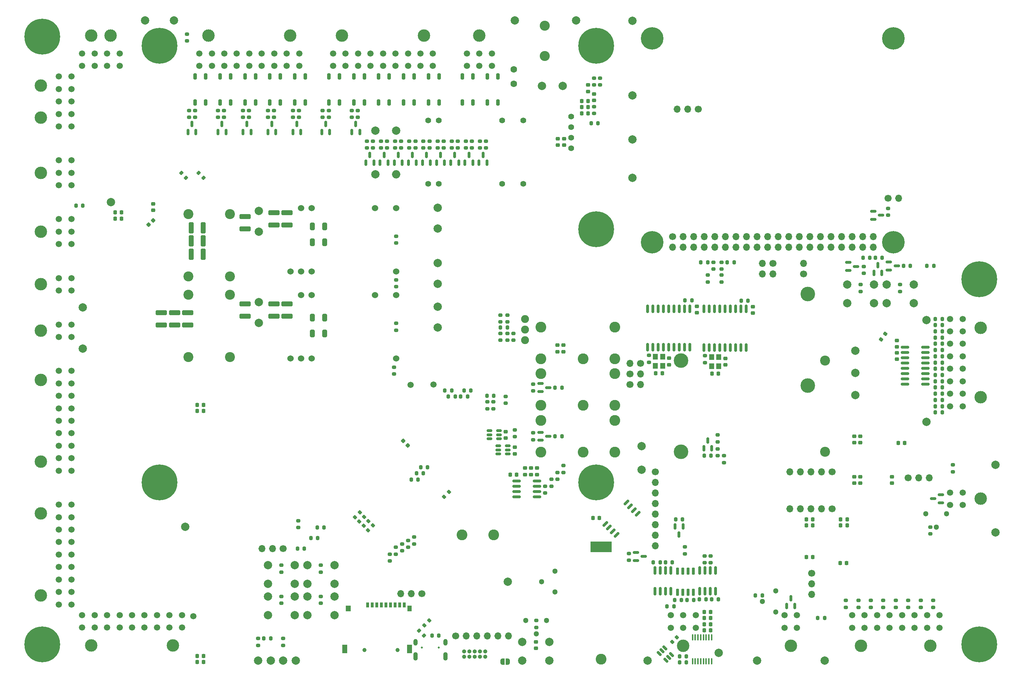
<source format=gbs>
G04 #@! TF.GenerationSoftware,KiCad,Pcbnew,8.0.1*
G04 #@! TF.CreationDate,2024-06-07T19:27:21+03:00*
G04 #@! TF.ProjectId,impeller18,696d7065-6c6c-4657-9231-382e6b696361,rev?*
G04 #@! TF.SameCoordinates,Original*
G04 #@! TF.FileFunction,Soldermask,Bot*
G04 #@! TF.FilePolarity,Negative*
%FSLAX46Y46*%
G04 Gerber Fmt 4.6, Leading zero omitted, Abs format (unit mm)*
G04 Created by KiCad (PCBNEW 8.0.1) date 2024-06-07 19:27:21*
%MOMM*%
%LPD*%
G01*
G04 APERTURE LIST*
G04 Aperture macros list*
%AMRoundRect*
0 Rectangle with rounded corners*
0 $1 Rounding radius*
0 $2 $3 $4 $5 $6 $7 $8 $9 X,Y pos of 4 corners*
0 Add a 4 corners polygon primitive as box body*
4,1,4,$2,$3,$4,$5,$6,$7,$8,$9,$2,$3,0*
0 Add four circle primitives for the rounded corners*
1,1,$1+$1,$2,$3*
1,1,$1+$1,$4,$5*
1,1,$1+$1,$6,$7*
1,1,$1+$1,$8,$9*
0 Add four rect primitives between the rounded corners*
20,1,$1+$1,$2,$3,$4,$5,0*
20,1,$1+$1,$4,$5,$6,$7,0*
20,1,$1+$1,$6,$7,$8,$9,0*
20,1,$1+$1,$8,$9,$2,$3,0*%
%AMFreePoly0*
4,1,19,0.500000,-0.750000,0.000000,-0.750000,0.000000,-0.744911,-0.071157,-0.744911,-0.207708,-0.704816,-0.327430,-0.627875,-0.420627,-0.520320,-0.479746,-0.390866,-0.500000,-0.250000,-0.500000,0.250000,-0.479746,0.390866,-0.420627,0.520320,-0.327430,0.627875,-0.207708,0.704816,-0.071157,0.744911,0.000000,0.744911,0.000000,0.750000,0.500000,0.750000,0.500000,-0.750000,0.500000,-0.750000,
$1*%
%AMFreePoly1*
4,1,19,0.000000,0.744911,0.071157,0.744911,0.207708,0.704816,0.327430,0.627875,0.420627,0.520320,0.479746,0.390866,0.500000,0.250000,0.500000,-0.250000,0.479746,-0.390866,0.420627,-0.520320,0.327430,-0.627875,0.207708,-0.704816,0.071157,-0.744911,0.000000,-0.744911,0.000000,-0.750000,-0.500000,-0.750000,-0.500000,0.750000,0.000000,0.750000,0.000000,0.744911,0.000000,0.744911,
$1*%
G04 Aperture macros list end*
%ADD10C,1.524000*%
%ADD11C,0.900000*%
%ADD12C,8.600000*%
%ADD13C,2.000000*%
%ADD14C,1.400000*%
%ADD15C,3.000000*%
%ADD16C,1.500000*%
%ADD17C,3.500000*%
%ADD18C,2.400000*%
%ADD19C,1.600000*%
%ADD20C,0.800000*%
%ADD21C,5.400000*%
%ADD22C,1.700000*%
%ADD23O,1.700000X1.700000*%
%ADD24C,2.600000*%
%ADD25R,2.600000X2.600000*%
%ADD26C,1.000000*%
%ADD27O,1.000000X1.000000*%
%ADD28C,0.500000*%
%ADD29O,1.090000X2.000000*%
%ADD30O,1.050000X1.600000*%
%ADD31C,1.905000*%
%ADD32C,1.300000*%
%ADD33O,2.000000X2.000000*%
%ADD34C,2.410000*%
%ADD35RoundRect,0.200000X0.275000X-0.200000X0.275000X0.200000X-0.275000X0.200000X-0.275000X-0.200000X0*%
%ADD36RoundRect,0.225000X0.250000X-0.225000X0.250000X0.225000X-0.250000X0.225000X-0.250000X-0.225000X0*%
%ADD37RoundRect,0.225000X-0.225000X-0.250000X0.225000X-0.250000X0.225000X0.250000X-0.225000X0.250000X0*%
%ADD38RoundRect,0.200000X-0.200000X-0.550000X0.200000X-0.550000X0.200000X0.550000X-0.200000X0.550000X0*%
%ADD39RoundRect,0.200000X-0.200000X-0.275000X0.200000X-0.275000X0.200000X0.275000X-0.200000X0.275000X0*%
%ADD40RoundRect,0.225000X0.225000X0.250000X-0.225000X0.250000X-0.225000X-0.250000X0.225000X-0.250000X0*%
%ADD41RoundRect,0.200000X-0.275000X0.200000X-0.275000X-0.200000X0.275000X-0.200000X0.275000X0.200000X0*%
%ADD42RoundRect,0.225000X-0.250000X0.225000X-0.250000X-0.225000X0.250000X-0.225000X0.250000X0.225000X0*%
%ADD43RoundRect,0.150000X0.150000X-0.587500X0.150000X0.587500X-0.150000X0.587500X-0.150000X-0.587500X0*%
%ADD44RoundRect,0.150000X-0.587500X-0.150000X0.587500X-0.150000X0.587500X0.150000X-0.587500X0.150000X0*%
%ADD45RoundRect,0.250000X-0.325000X-0.650000X0.325000X-0.650000X0.325000X0.650000X-0.325000X0.650000X0*%
%ADD46RoundRect,0.150000X0.150000X-0.825000X0.150000X0.825000X-0.150000X0.825000X-0.150000X-0.825000X0*%
%ADD47RoundRect,0.200000X0.053033X-0.335876X0.335876X-0.053033X-0.053033X0.335876X-0.335876X0.053033X0*%
%ADD48RoundRect,0.250000X-1.100000X0.325000X-1.100000X-0.325000X1.100000X-0.325000X1.100000X0.325000X0*%
%ADD49RoundRect,0.200000X0.200000X0.275000X-0.200000X0.275000X-0.200000X-0.275000X0.200000X-0.275000X0*%
%ADD50RoundRect,0.200000X0.335876X0.053033X0.053033X0.335876X-0.335876X-0.053033X-0.053033X-0.335876X0*%
%ADD51RoundRect,0.250000X0.325000X0.650000X-0.325000X0.650000X-0.325000X-0.650000X0.325000X-0.650000X0*%
%ADD52RoundRect,0.150000X-0.150000X0.725000X-0.150000X-0.725000X0.150000X-0.725000X0.150000X0.725000X0*%
%ADD53RoundRect,0.225000X-0.017678X0.335876X-0.335876X0.017678X0.017678X-0.335876X0.335876X-0.017678X0*%
%ADD54RoundRect,0.150000X0.512500X0.150000X-0.512500X0.150000X-0.512500X-0.150000X0.512500X-0.150000X0*%
%ADD55RoundRect,0.200000X-0.053033X0.335876X-0.335876X0.053033X0.053033X-0.335876X0.335876X-0.053033X0*%
%ADD56RoundRect,0.250000X-0.325000X-1.100000X0.325000X-1.100000X0.325000X1.100000X-0.325000X1.100000X0*%
%ADD57RoundRect,0.225000X-0.335876X-0.017678X-0.017678X-0.335876X0.335876X0.017678X0.017678X0.335876X0*%
%ADD58RoundRect,0.150000X-0.468458X0.256326X0.256326X-0.468458X0.468458X-0.256326X-0.256326X0.468458X0*%
%ADD59RoundRect,0.200000X0.100391X-0.324880X0.340006X-0.004591X-0.100391X0.324880X-0.340006X0.004591X0*%
%ADD60RoundRect,0.150000X-0.150000X0.825000X-0.150000X-0.825000X0.150000X-0.825000X0.150000X0.825000X0*%
%ADD61R,1.200000X1.400000*%
%ADD62RoundRect,0.150000X0.825000X0.150000X-0.825000X0.150000X-0.825000X-0.150000X0.825000X-0.150000X0*%
%ADD63RoundRect,0.150000X0.150000X-0.875000X0.150000X0.875000X-0.150000X0.875000X-0.150000X-0.875000X0*%
%ADD64RoundRect,0.150000X0.353553X0.565685X-0.565685X-0.353553X-0.353553X-0.565685X0.565685X0.353553X0*%
%ADD65FreePoly0,180.000000*%
%ADD66FreePoly1,180.000000*%
%ADD67RoundRect,0.150000X0.587500X0.150000X-0.587500X0.150000X-0.587500X-0.150000X0.587500X-0.150000X0*%
%ADD68R,0.700000X1.300000*%
%ADD69R,1.200000X2.000000*%
%ADD70R,1.050000X1.400000*%
%ADD71RoundRect,0.150000X-0.150000X0.587500X-0.150000X-0.587500X0.150000X-0.587500X0.150000X0.587500X0*%
%ADD72RoundRect,0.100000X0.100000X-0.637500X0.100000X0.637500X-0.100000X0.637500X-0.100000X-0.637500X0*%
G04 APERTURE END LIST*
D10*
X149178000Y-115141000D03*
X151718000Y-115141000D03*
X154258000Y-115141000D03*
X174578000Y-115141000D03*
X174578000Y-99901000D03*
X169498000Y-99901000D03*
X154258000Y-99901000D03*
X151718000Y-99901000D03*
D11*
X89501000Y-201583000D03*
X91781419Y-202527581D03*
X87220581Y-202527581D03*
X92726000Y-204808000D03*
D12*
X89501000Y-204808000D03*
D11*
X86276000Y-204808000D03*
X91781419Y-207088419D03*
X87220581Y-207088419D03*
X89501000Y-208033000D03*
D13*
X141434000Y-208731001D03*
D14*
X216678002Y-85536000D03*
X216678002Y-82996000D03*
X216678002Y-80456000D03*
X216678002Y-77916000D03*
D13*
X99269000Y-123826000D03*
D14*
X182328000Y-94076000D03*
X184868000Y-94076000D03*
X200108000Y-94076000D03*
X205188000Y-94076000D03*
X205188000Y-78836000D03*
X200108000Y-78836000D03*
X184868000Y-78836000D03*
X182328000Y-78836000D03*
D13*
X283014000Y-118308000D03*
X289514000Y-118308000D03*
X283014000Y-122808000D03*
X289514000Y-122808000D03*
D11*
X314778000Y-113779000D03*
X317058419Y-114723581D03*
X312497581Y-114723581D03*
X318003000Y-117004000D03*
D12*
X314778000Y-117004000D03*
D11*
X311553000Y-117004000D03*
X317058419Y-119284419D03*
X312497581Y-119284419D03*
X314778000Y-120229000D03*
D13*
X105986000Y-98511000D03*
X143741000Y-193294000D03*
X150241000Y-193294000D03*
X143741000Y-197794000D03*
X150241000Y-197794000D03*
X284975000Y-139553000D03*
D15*
X89199000Y-78126000D03*
X89199000Y-70426000D03*
D16*
X93519000Y-80286000D03*
X93519000Y-77286000D03*
X93519000Y-74286000D03*
X93519000Y-71286000D03*
X93519000Y-68286000D03*
X96519000Y-80286000D03*
X96519000Y-77286000D03*
X96519000Y-74286000D03*
X96519000Y-71286000D03*
X96519000Y-68286000D03*
D17*
X243075000Y-136553000D03*
X273575000Y-120553000D03*
D18*
X277675000Y-136553000D03*
D19*
X202885000Y-66551349D03*
X202885000Y-70051349D03*
D15*
X120929000Y-205116000D03*
X101229000Y-205116000D03*
D16*
X123089000Y-200796000D03*
X120089000Y-200796000D03*
X117089000Y-200796000D03*
X114089000Y-200796000D03*
X111089000Y-200796000D03*
X108089000Y-200796000D03*
X105089000Y-200796000D03*
X102089000Y-200796000D03*
X99089000Y-200796000D03*
X123089000Y-197796000D03*
X120089000Y-197796000D03*
X117089000Y-197796000D03*
X114089000Y-197796000D03*
X111089000Y-197796000D03*
X108089000Y-197796000D03*
X105089000Y-197796000D03*
X102089000Y-197796000D03*
X99089000Y-197796000D03*
D20*
X236176000Y-57081000D03*
X237607891Y-57674109D03*
X234744109Y-57674109D03*
X238201000Y-59106000D03*
D21*
X236176000Y-59106000D03*
D20*
X234151000Y-59106000D03*
X237607891Y-60537891D03*
X234744109Y-60537891D03*
X236176000Y-61131000D03*
D11*
X222676000Y-162679000D03*
X224956419Y-163623581D03*
X220395581Y-163623581D03*
X225901000Y-165904000D03*
D12*
X222676000Y-165904000D03*
D11*
X219451000Y-165904000D03*
X224956419Y-168184419D03*
X220395581Y-168184419D03*
X222676000Y-169129000D03*
D22*
X279368500Y-172257001D03*
D23*
X276828500Y-172257001D03*
X274288500Y-172257001D03*
X271748500Y-172257001D03*
X269208500Y-172257001D03*
D16*
X125839000Y-198056000D03*
D24*
X219563000Y-136157000D03*
X227183000Y-128537000D03*
X227183000Y-136157000D03*
X209403000Y-136157000D03*
X209403000Y-128537000D03*
D13*
X99269000Y-133716500D03*
D22*
X236936000Y-163353000D03*
D23*
X236936000Y-165893000D03*
X236936000Y-168433000D03*
X236936000Y-170973000D03*
X236936000Y-173513000D03*
X236936000Y-176053000D03*
X236936000Y-178593000D03*
X236936000Y-181133000D03*
D16*
X183576000Y-142351000D03*
D18*
X124654000Y-116327000D03*
X124654000Y-101327000D03*
X134654000Y-101327000D03*
X134654000Y-116327000D03*
D13*
X153241000Y-193294000D03*
X159741000Y-193294000D03*
X153241000Y-197794000D03*
X159741000Y-197794000D03*
X252177000Y-206862001D03*
D15*
X315098000Y-169798000D03*
D16*
X310778000Y-168298000D03*
X310778000Y-171298000D03*
X307778000Y-168298000D03*
X307778000Y-171298000D03*
D10*
X149179000Y-136091000D03*
X151719000Y-136091000D03*
X154259000Y-136091000D03*
X174579000Y-136091000D03*
X174579000Y-120851000D03*
X169499000Y-120851000D03*
X154259000Y-120851000D03*
X151719000Y-120851000D03*
D25*
X222576000Y-181405001D03*
X225116000Y-181405001D03*
D24*
X223846000Y-208405002D03*
D15*
X194586000Y-58406000D03*
D16*
X191586000Y-62726000D03*
X194586000Y-62726000D03*
X197586000Y-62726000D03*
X191586000Y-65726000D03*
X194586000Y-65726000D03*
X197586000Y-65726000D03*
D26*
X190929000Y-207764000D03*
D27*
X190929000Y-206494000D03*
X192199000Y-207764000D03*
X192199000Y-206494000D03*
X193469000Y-207764000D03*
X193469000Y-206494000D03*
X194739000Y-207764000D03*
X194739000Y-206494000D03*
X196009000Y-207764000D03*
X196009000Y-206494000D03*
D13*
X184553000Y-99826000D03*
X184553000Y-104826000D03*
D22*
X272526000Y-115753000D03*
D23*
X272526000Y-113213000D03*
D11*
X219451000Y-105004000D03*
X220395581Y-102723581D03*
X220395581Y-107284419D03*
X222676000Y-101779000D03*
D12*
X222676000Y-105004000D03*
D11*
X222676000Y-108229000D03*
X224956419Y-102723581D03*
X224956419Y-107284419D03*
X225901000Y-105004000D03*
D17*
X243075000Y-158553000D03*
X273575000Y-142553000D03*
D18*
X277675000Y-158553000D03*
D11*
X117676000Y-57679000D03*
X119956419Y-58623581D03*
X115395581Y-58623581D03*
X120901000Y-60904000D03*
D12*
X117676000Y-60904000D03*
D11*
X114451000Y-60904000D03*
X119956419Y-63184419D03*
X115395581Y-63184419D03*
X117676000Y-64129000D03*
D13*
X231426000Y-72837000D03*
D15*
X89199000Y-91436000D03*
D16*
X93519000Y-94436000D03*
X93519000Y-91436000D03*
X93519000Y-88436000D03*
X96519000Y-94436000D03*
X96519000Y-91436000D03*
X96519000Y-88436000D03*
D24*
X219563000Y-147377000D03*
X227183000Y-139757000D03*
X227183000Y-147377000D03*
X209403000Y-147377000D03*
X209403000Y-139757000D03*
D20*
X236176000Y-106081000D03*
X237607891Y-106674109D03*
X234744109Y-106674109D03*
X238201000Y-108106000D03*
D21*
X236176000Y-108106000D03*
D20*
X234151000Y-108106000D03*
X237607891Y-109537891D03*
X234744109Y-109537891D03*
X236176000Y-110131000D03*
D13*
X233636000Y-162815000D03*
D11*
X222676000Y-57679000D03*
X224956419Y-58623581D03*
X220395581Y-58623581D03*
X225901000Y-60904000D03*
D12*
X222676000Y-60904000D03*
D11*
X219451000Y-60904000D03*
X224956419Y-63184419D03*
X220395581Y-63184419D03*
X222676000Y-64129000D03*
D22*
X274477500Y-187757001D03*
D23*
X274477500Y-190297001D03*
X274477500Y-192837001D03*
D15*
X161586000Y-58406000D03*
X181286000Y-58406000D03*
D16*
X159426000Y-62726000D03*
X162426000Y-62726000D03*
X165426000Y-62726000D03*
X168426000Y-62726000D03*
X171426000Y-62726000D03*
X174426000Y-62726000D03*
X177426000Y-62726000D03*
X180426000Y-62726000D03*
X183426000Y-62726000D03*
X159426000Y-65726000D03*
X162426000Y-65726000D03*
X165426000Y-65726000D03*
X168426000Y-65726000D03*
X171426000Y-65726000D03*
X174426000Y-65726000D03*
X177426000Y-65726000D03*
X180426000Y-65726000D03*
X183426000Y-65726000D03*
D22*
X247216000Y-76106000D03*
D23*
X244676000Y-76106000D03*
X242136000Y-76106000D03*
D22*
X147437438Y-181808000D03*
D23*
X144897438Y-181808000D03*
X142357438Y-181808000D03*
D13*
X302070000Y-126809000D03*
D28*
X184806000Y-205583000D03*
X180806000Y-205583000D03*
D29*
X186406000Y-207733000D03*
D30*
X186406000Y-204283000D03*
D29*
X179206000Y-207733000D03*
D30*
X179206000Y-204283000D03*
D13*
X141604000Y-100614000D03*
X141604000Y-105614000D03*
X114217000Y-54806000D03*
X141604000Y-122544000D03*
X141604000Y-127544000D03*
D31*
X205565000Y-131691000D03*
X205565000Y-129151000D03*
X205565000Y-126611000D03*
D32*
X265839500Y-196995001D03*
X262639500Y-194495001D03*
X265839500Y-191995001D03*
D13*
X184554000Y-123601000D03*
X184554000Y-128601000D03*
X184554000Y-118101000D03*
X184554000Y-113101000D03*
X261345750Y-208731001D03*
D22*
X230783000Y-142308000D03*
D23*
X233323000Y-142308000D03*
D13*
X144434000Y-208731001D03*
X233636000Y-157183000D03*
D15*
X101249000Y-58406000D03*
X105949000Y-58406000D03*
D16*
X99089000Y-62726000D03*
X102089000Y-62726000D03*
X105089000Y-62726000D03*
X108089000Y-62726000D03*
X99089000Y-65726000D03*
X102089000Y-65726000D03*
X105089000Y-65726000D03*
X108089000Y-65726000D03*
D11*
X89501000Y-55479000D03*
X91781419Y-56423581D03*
X87220581Y-56423581D03*
X92726000Y-58704000D03*
D12*
X89501000Y-58704000D03*
D11*
X86276000Y-58704000D03*
X91781419Y-60984419D03*
X87220581Y-60984419D03*
X89501000Y-61929000D03*
D13*
X284975000Y-144853000D03*
D33*
X174578000Y-91826000D03*
D13*
X169578000Y-91826000D03*
D15*
X89199000Y-118246000D03*
D16*
X93519000Y-119746000D03*
X93519000Y-116746000D03*
X96519000Y-119746000D03*
X96519000Y-116746000D03*
D13*
X153241000Y-185794000D03*
X159741000Y-185794000D03*
X153241000Y-190294000D03*
X159741000Y-190294000D03*
D22*
X292906000Y-97538000D03*
D23*
X295446000Y-97538000D03*
D13*
X147434000Y-208731001D03*
X123908000Y-176579000D03*
D32*
X306962000Y-173430000D03*
X304462000Y-176630000D03*
X301962000Y-173430000D03*
D15*
X89199000Y-193066000D03*
X89199000Y-173366000D03*
D16*
X93519000Y-195226000D03*
X93519000Y-192226000D03*
X93519000Y-189226000D03*
X93519000Y-186226000D03*
X93519000Y-183226000D03*
X93519000Y-180226000D03*
X93519000Y-177226000D03*
X93519000Y-174226000D03*
X93519000Y-171226000D03*
X96519000Y-195226000D03*
X96519000Y-192226000D03*
X96519000Y-189226000D03*
X96519000Y-186226000D03*
X96519000Y-183226000D03*
X96519000Y-180226000D03*
X96519000Y-177226000D03*
X96519000Y-174226000D03*
X96519000Y-171226000D03*
D15*
X89199000Y-105586000D03*
D16*
X93519000Y-108586000D03*
X93519000Y-105586000D03*
X93519000Y-102586000D03*
X96519000Y-108586000D03*
X96519000Y-105586000D03*
X96519000Y-102586000D03*
D24*
X190398000Y-178502000D03*
X198018000Y-178502000D03*
D22*
X241046000Y-106816000D03*
D23*
X241046000Y-109356000D03*
X243586000Y-106816000D03*
X243586000Y-109356000D03*
X246126000Y-106816000D03*
X246126000Y-109356000D03*
X248666000Y-106816000D03*
X248666000Y-109356000D03*
X251206000Y-106816000D03*
X251206000Y-109356000D03*
X253746000Y-106816000D03*
X253746000Y-109356000D03*
X256286000Y-106816000D03*
X256286000Y-109356000D03*
X258826000Y-106816000D03*
X258826000Y-109356000D03*
X261366000Y-106816000D03*
X261366000Y-109356000D03*
X263906000Y-106816000D03*
X263906000Y-109356000D03*
X266446000Y-106816000D03*
X266446000Y-109356000D03*
X268986000Y-106816000D03*
X268986000Y-109356000D03*
X271526000Y-106816000D03*
X271526000Y-109356000D03*
X274066000Y-106816000D03*
X274066000Y-109356000D03*
X276606000Y-106816000D03*
X276606000Y-109356000D03*
X279146000Y-106816000D03*
X279146000Y-109356000D03*
X281686000Y-106816000D03*
X281686000Y-109356000D03*
X284226000Y-106816000D03*
X284226000Y-109356000D03*
X286766000Y-106816000D03*
X286766000Y-109356000D03*
X289306000Y-106816000D03*
X289306000Y-109356000D03*
D13*
X235027000Y-208731001D03*
X174578000Y-81326000D03*
X169578000Y-81326000D03*
D34*
X210325000Y-63345998D03*
X210325000Y-56045998D03*
D15*
X129426000Y-58406000D03*
X149126000Y-58406000D03*
D16*
X127266000Y-62726000D03*
X130266000Y-62726000D03*
X133266000Y-62726000D03*
X136266000Y-62726000D03*
X139266000Y-62726000D03*
X142266000Y-62726000D03*
X145266000Y-62726000D03*
X148266000Y-62726000D03*
X151266000Y-62726000D03*
X127266000Y-65726000D03*
X130266000Y-65726000D03*
X133266000Y-65726000D03*
X136266000Y-65726000D03*
X139266000Y-65726000D03*
X142266000Y-65726000D03*
X145266000Y-65726000D03*
X148266000Y-65726000D03*
X151266000Y-65726000D03*
D13*
X318698000Y-161672250D03*
D15*
X89199000Y-129406000D03*
D16*
X93519000Y-130906000D03*
X93519000Y-127906000D03*
X96519000Y-130906000D03*
X96519000Y-127906000D03*
D13*
X292514000Y-118308000D03*
X299014000Y-118308000D03*
X292514000Y-122808000D03*
X299014000Y-122808000D03*
X284975000Y-134253000D03*
D24*
X219563000Y-158597000D03*
X227183000Y-150977000D03*
X227183000Y-158597000D03*
X209403000Y-158597000D03*
X209403000Y-150977000D03*
D13*
X231426000Y-83412000D03*
X203156000Y-54806000D03*
X143741000Y-185794000D03*
X150241000Y-185794000D03*
X143741000Y-190294000D03*
X150241000Y-190294000D03*
D15*
X89199000Y-160906000D03*
X89199000Y-141206000D03*
D16*
X93519000Y-163066000D03*
X93519000Y-160066000D03*
X93519000Y-157066000D03*
X93519000Y-154066000D03*
X93519000Y-151066000D03*
X93519000Y-148066000D03*
X93519000Y-145066000D03*
X93519000Y-142066000D03*
X93519000Y-139066000D03*
X96519000Y-163066000D03*
X96519000Y-160066000D03*
X96519000Y-157066000D03*
X96519000Y-154066000D03*
X96519000Y-151066000D03*
X96519000Y-148066000D03*
X96519000Y-145066000D03*
X96519000Y-142066000D03*
X96519000Y-139066000D03*
D15*
X303063000Y-205131001D03*
X286363000Y-205131001D03*
D16*
X305223000Y-200811001D03*
X302223000Y-200811001D03*
X299223000Y-200811001D03*
X296223000Y-200811001D03*
X293223000Y-200811001D03*
X290223000Y-200811001D03*
X287223000Y-200811001D03*
X284223000Y-200811001D03*
X305223000Y-197811001D03*
X302223000Y-197811001D03*
X299223000Y-197811001D03*
X296223000Y-197811001D03*
X293223000Y-197811001D03*
X290223000Y-197811001D03*
X287223000Y-197811001D03*
X284223000Y-197811001D03*
D11*
X314778000Y-201583001D03*
X317058419Y-202527582D03*
X312497581Y-202527582D03*
X318003000Y-204808001D03*
D12*
X314778000Y-204808001D03*
D11*
X311553000Y-204808001D03*
X317058419Y-207088420D03*
X312497581Y-207088420D03*
X314778000Y-208033001D03*
D13*
X204924000Y-204231001D03*
X211424000Y-204231001D03*
X204924000Y-208731001D03*
X211424000Y-208731001D03*
X231426000Y-92638000D03*
D32*
X212764000Y-192225000D03*
X209564000Y-189725000D03*
X212764000Y-187225000D03*
D11*
X117676000Y-162679000D03*
X119956419Y-163623581D03*
X115395581Y-163623581D03*
X120901000Y-165904000D03*
D12*
X117676000Y-165904000D03*
D11*
X114451000Y-165904000D03*
X119956419Y-168184419D03*
X115395581Y-168184419D03*
X117676000Y-169129000D03*
D18*
X124654000Y-135744000D03*
X124654000Y-120744000D03*
X134654000Y-120744000D03*
X134654000Y-135744000D03*
D22*
X230783000Y-139768000D03*
D23*
X233323000Y-139768000D03*
D13*
X121128000Y-54806000D03*
X217883750Y-54806000D03*
X318698000Y-177923750D03*
X214623677Y-70525999D03*
X209623677Y-70525999D03*
X201463000Y-189725000D03*
D32*
X210750000Y-199099001D03*
X208250000Y-202299001D03*
X205750000Y-199099001D03*
D16*
X178064500Y-142397000D03*
D15*
X315101000Y-128719000D03*
X315101000Y-145419000D03*
D16*
X310781000Y-126559000D03*
X310781000Y-129559000D03*
X310781000Y-132559000D03*
X310781000Y-135559000D03*
X310781000Y-138559000D03*
X310781000Y-141559000D03*
X310781000Y-144559000D03*
X310781000Y-147559000D03*
X307781000Y-126559000D03*
X307781000Y-129559000D03*
X307781000Y-132559000D03*
X307781000Y-135559000D03*
X307781000Y-138559000D03*
X307781000Y-141559000D03*
X307781000Y-144559000D03*
X307781000Y-147559000D03*
D22*
X297724000Y-164792000D03*
D23*
X300264000Y-164792000D03*
X302804000Y-164792000D03*
D15*
X269471500Y-205131001D03*
D16*
X270971500Y-200811001D03*
X267971500Y-200811001D03*
X270971500Y-197811001D03*
X267971500Y-197811001D03*
D13*
X302070000Y-151316500D03*
D20*
X294176000Y-57081000D03*
X295607891Y-57674109D03*
X292744109Y-57674109D03*
X296201000Y-59106000D03*
D21*
X294176000Y-59106000D03*
D20*
X292151000Y-59106000D03*
X295607891Y-60537891D03*
X292744109Y-60537891D03*
X294176000Y-61131000D03*
D22*
X279368500Y-163353000D03*
D23*
X276828500Y-163353000D03*
X274288500Y-163353000D03*
X271748500Y-163353000D03*
X269208500Y-163353000D03*
D20*
X294176000Y-106081000D03*
X295607891Y-106674109D03*
X292744109Y-106674109D03*
X296201000Y-108106000D03*
D21*
X294176000Y-108106000D03*
D20*
X292151000Y-108106000D03*
X295607891Y-109537891D03*
X292744109Y-109537891D03*
X294176000Y-110131000D03*
D22*
X233333000Y-137228000D03*
D23*
X230793000Y-137228000D03*
D22*
X180788000Y-192657000D03*
D23*
X178248000Y-192657000D03*
X175708000Y-192657000D03*
D13*
X277597250Y-208731001D03*
D22*
X265181000Y-113203000D03*
D23*
X265181000Y-115743000D03*
X262641000Y-113203000D03*
X262641000Y-115743000D03*
D13*
X231426000Y-54842000D03*
D22*
X188924000Y-202784000D03*
D23*
X191464000Y-202784000D03*
X194004000Y-202784000D03*
X196544000Y-202784000D03*
X199084000Y-202784000D03*
X201624000Y-202784000D03*
D13*
X150434000Y-208731001D03*
D15*
X243597000Y-205131001D03*
D16*
X246597000Y-200811001D03*
X243597000Y-200811001D03*
X240597000Y-200811001D03*
X246597000Y-197811001D03*
X243597000Y-197811001D03*
X240597000Y-197811001D03*
D35*
X178905000Y-180658000D03*
X178905000Y-179008000D03*
D36*
X286179000Y-166035999D03*
X286179000Y-164485999D03*
D37*
X219173678Y-74201000D03*
X220723678Y-74201000D03*
D38*
X128766000Y-74526000D03*
X126226000Y-74526000D03*
X126226000Y-68226000D03*
X128766000Y-68226000D03*
D39*
X196406000Y-145086500D03*
X198056000Y-145086500D03*
D35*
X182606000Y-85481000D03*
X182606000Y-83831000D03*
D40*
X128264000Y-209086001D03*
X126714000Y-209086001D03*
X108583000Y-102435000D03*
X107033000Y-102435000D03*
D41*
X156491000Y-185794000D03*
X156491000Y-187444000D03*
D35*
X196501000Y-148151500D03*
X196501000Y-146501500D03*
X248771000Y-185206001D03*
X248771000Y-183556001D03*
D36*
X220698678Y-71876000D03*
X220698678Y-70326000D03*
D38*
X134766000Y-74526000D03*
X132226000Y-74526000D03*
X132226000Y-68226000D03*
X134766000Y-68226000D03*
D41*
X202772000Y-130041000D03*
X202772000Y-131691000D03*
D39*
X250437000Y-193993501D03*
X252087000Y-193993501D03*
D35*
X287051500Y-115595000D03*
X287051500Y-113945000D03*
X133226000Y-78081000D03*
X133226000Y-76431000D03*
D41*
X174579000Y-127646000D03*
X174579000Y-129296000D03*
D42*
X203089499Y-157446998D03*
X203089499Y-158996998D03*
D35*
X223618678Y-70326000D03*
X223618678Y-68676000D03*
D43*
X189626000Y-88993500D03*
X187726000Y-88993500D03*
X188676000Y-87118500D03*
D37*
X273233501Y-176212001D03*
X274783501Y-176212001D03*
D44*
X289318500Y-102601000D03*
X289318500Y-100701000D03*
X291193500Y-101651000D03*
D45*
X154446000Y-108114000D03*
X157396000Y-108114000D03*
D46*
X240606000Y-192036001D03*
X239336000Y-192036001D03*
X238066000Y-192036001D03*
X236796000Y-192036001D03*
X236796000Y-187086001D03*
X238066000Y-187086001D03*
X239336000Y-187086001D03*
X240606000Y-187086001D03*
D47*
X167799765Y-177365491D03*
X168966491Y-176198765D03*
D44*
X283316499Y-114895000D03*
X283316499Y-112995000D03*
X285191499Y-113945000D03*
D41*
X149766000Y-76431000D03*
X149766000Y-78081000D03*
D35*
X174525000Y-183133000D03*
X174525000Y-181483000D03*
X177445000Y-181483000D03*
X177445000Y-179833000D03*
D45*
X154446000Y-130044000D03*
X157396000Y-130044000D03*
D41*
X244015999Y-181388001D03*
X244015999Y-183038001D03*
D48*
X138229000Y-101952000D03*
X138229000Y-104902000D03*
D49*
X305875000Y-135559000D03*
X304225000Y-135559000D03*
D39*
X304225000Y-149059000D03*
X305875000Y-149059000D03*
D48*
X121304000Y-125081000D03*
X121304000Y-128031000D03*
D35*
X151011500Y-176728000D03*
X151011500Y-175078000D03*
D50*
X128269089Y-92660452D03*
X127102363Y-91493726D03*
D36*
X116203000Y-100455000D03*
X116203000Y-98905000D03*
D38*
X152766000Y-74526000D03*
X150226000Y-74526000D03*
X150226000Y-68226000D03*
X152766000Y-68226000D03*
D51*
X157396000Y-104314000D03*
X154446000Y-104314000D03*
D35*
X222158678Y-77185323D03*
X222158678Y-75535323D03*
D42*
X200926999Y-153671997D03*
X200926999Y-155221997D03*
D43*
X126446000Y-81593500D03*
X124546000Y-81593500D03*
X125496000Y-79718500D03*
D47*
X166767389Y-176333115D03*
X167934115Y-175166389D03*
D52*
X242196000Y-187186001D03*
X243466000Y-187186001D03*
X244736000Y-187186001D03*
X246006000Y-187186001D03*
X246006000Y-192336001D03*
X244736000Y-192336001D03*
X243466000Y-192336001D03*
X242196000Y-192336001D03*
D35*
X282723000Y-195904001D03*
X282723000Y-194254001D03*
X139226000Y-78081000D03*
X139226000Y-76431000D03*
D53*
X116203000Y-102844124D03*
X115106984Y-103940140D03*
D49*
X305875000Y-132559000D03*
X304225000Y-132559000D03*
D43*
X179426000Y-88993500D03*
X177526000Y-88993500D03*
X178476000Y-87118500D03*
D49*
X305875000Y-138559000D03*
X304225000Y-138559000D03*
D39*
X150841500Y-181808000D03*
X152491500Y-181808000D03*
D49*
X184856500Y-202685000D03*
X183206500Y-202685000D03*
D39*
X241780000Y-174783000D03*
X243430000Y-174783000D03*
D38*
X146766000Y-74526000D03*
X144226000Y-74526000D03*
X144226000Y-68226000D03*
X146766000Y-68226000D03*
D43*
X172626000Y-88993500D03*
X170726000Y-88993500D03*
X171676000Y-87118500D03*
D39*
X304225000Y-131059000D03*
X305875000Y-131059000D03*
D54*
X201447000Y-157097000D03*
X201447000Y-158046999D03*
X201447000Y-158996998D03*
X199172000Y-158996998D03*
X199172000Y-158046999D03*
X199172000Y-157097000D03*
D39*
X154066500Y-179268000D03*
X155716500Y-179268000D03*
D41*
X252806000Y-112928000D03*
X252806000Y-114578000D03*
X156491000Y-193294000D03*
X156491000Y-194944000D03*
D49*
X214430500Y-143067000D03*
X212780500Y-143067000D03*
X188774000Y-145228000D03*
X187124000Y-145228000D03*
D41*
X187946000Y-83831000D03*
X187946000Y-85481000D03*
X167546000Y-83831000D03*
X167546000Y-85481000D03*
X194746000Y-83831000D03*
X194746000Y-85481000D03*
D35*
X175806000Y-85481000D03*
X175806000Y-83831000D03*
D40*
X250211000Y-198506001D03*
X248661000Y-198506001D03*
D39*
X304225000Y-143059000D03*
X305875000Y-143059000D03*
D35*
X173065000Y-184783000D03*
X173065000Y-183133000D03*
D43*
X133666000Y-81593500D03*
X131766000Y-81593500D03*
X132716000Y-79718500D03*
D49*
X201312000Y-128656000D03*
X199662000Y-128656000D03*
D39*
X254206000Y-112928000D03*
X255856000Y-112928000D03*
D55*
X242097000Y-203096637D03*
X240930274Y-204263363D03*
D39*
X236396000Y-185131001D03*
X238046000Y-185131001D03*
D38*
X199086000Y-74526000D03*
X196546000Y-74526000D03*
X196546000Y-68226000D03*
X199086000Y-68226000D03*
D43*
X169226000Y-88993500D03*
X167326000Y-88993500D03*
X168276000Y-87118500D03*
D35*
X251929000Y-156132500D03*
X251929000Y-154482500D03*
D41*
X141359001Y-203399500D03*
X141359001Y-205049500D03*
D39*
X190084000Y-145228000D03*
X191734000Y-145228000D03*
D36*
X286179000Y-156346000D03*
X286179000Y-154796000D03*
D41*
X170946000Y-83831000D03*
X170946000Y-85481000D03*
D39*
X97598000Y-99318500D03*
X99248000Y-99318500D03*
D42*
X294942000Y-131744000D03*
X294942000Y-133294000D03*
D51*
X157396000Y-126244000D03*
X154446000Y-126244000D03*
D35*
X235363000Y-136992000D03*
X235363000Y-135342000D03*
X175985000Y-182308000D03*
X175985000Y-180658000D03*
D41*
X250901000Y-112928000D03*
X250901000Y-114578000D03*
D38*
X172926000Y-74526000D03*
X170386000Y-74526000D03*
X170386000Y-68226000D03*
X172926000Y-68226000D03*
D37*
X221886000Y-174463000D03*
X223436000Y-174463000D03*
D50*
X124082726Y-92660452D03*
X122916000Y-91493726D03*
D35*
X179206000Y-85481000D03*
X179206000Y-83831000D03*
X211898000Y-166776000D03*
X211898000Y-165126000D03*
X203089499Y-154909500D03*
X203089499Y-153259500D03*
D48*
X148380500Y-122969000D03*
X148380500Y-125919000D03*
D49*
X249109000Y-193996501D03*
X247459000Y-193996501D03*
D56*
X125279000Y-104633000D03*
X128229000Y-104633000D03*
D43*
X145666000Y-81593500D03*
X143766000Y-81593500D03*
X144716000Y-79718500D03*
D39*
X221463000Y-79551000D03*
X223113000Y-79551000D03*
D57*
X176318463Y-155906463D03*
X177414479Y-157002479D03*
D49*
X245703000Y-122097000D03*
X244053000Y-122097000D03*
D56*
X125279000Y-111033000D03*
X128229000Y-111033000D03*
D37*
X295323999Y-156374000D03*
X296873999Y-156374000D03*
D35*
X126226000Y-78081000D03*
X126226000Y-76431000D03*
X285723000Y-195904001D03*
X285723000Y-194254001D03*
D43*
X165826000Y-81593500D03*
X163926000Y-81593500D03*
X164876000Y-79718500D03*
D39*
X260989500Y-193068001D03*
X262639500Y-193068001D03*
D35*
X172406000Y-85481000D03*
X172406000Y-83831000D03*
D49*
X305875000Y-129559000D03*
X304225000Y-129559000D03*
D39*
X304225000Y-134059000D03*
X305875000Y-134059000D03*
D43*
X139666000Y-81593500D03*
X137766000Y-81593500D03*
X138716000Y-79718500D03*
D40*
X238568000Y-139617000D03*
X237018000Y-139617000D03*
D48*
X124504000Y-125081000D03*
X124504000Y-128031000D03*
D44*
X209268000Y-155737000D03*
X209268000Y-153837000D03*
X211143000Y-154787000D03*
D36*
X284719000Y-156346000D03*
X284719000Y-154796000D03*
D35*
X291723000Y-195904001D03*
X291723000Y-194254001D03*
D49*
X250320000Y-159407500D03*
X248670000Y-159407500D03*
D39*
X289788999Y-111886000D03*
X291438999Y-111886000D03*
D42*
X214810000Y-132897000D03*
X214810000Y-134447000D03*
D35*
X145226000Y-78081000D03*
X145226000Y-76431000D03*
X222158678Y-70326000D03*
X222158678Y-68676000D03*
D49*
X259207500Y-122169000D03*
X257557500Y-122169000D03*
D37*
X219173678Y-77121000D03*
X220723678Y-77121000D03*
D58*
X237859915Y-207015835D03*
X238531666Y-206344084D03*
X239203417Y-205672333D03*
X240812085Y-207281001D03*
X240140334Y-207952752D03*
X239468583Y-208624503D03*
D39*
X180478000Y-162241000D03*
X182128000Y-162241000D03*
D35*
X169006000Y-85481000D03*
X169006000Y-83831000D03*
D59*
X291172795Y-131479596D03*
X292161207Y-130158404D03*
D40*
X128264000Y-207626001D03*
X126714000Y-207626001D03*
D48*
X118104000Y-125081000D03*
X118104000Y-128031000D03*
D49*
X243189000Y-194192501D03*
X241539000Y-194192501D03*
X157234000Y-176728000D03*
X155584000Y-176728000D03*
D42*
X213350000Y-132897000D03*
X213350000Y-134447000D03*
D35*
X253389000Y-161132500D03*
X253389000Y-159482500D03*
D60*
X247596000Y-187086001D03*
X248866000Y-187086001D03*
X250136000Y-187086001D03*
X251406000Y-187086001D03*
X251406000Y-192036001D03*
X250136000Y-192036001D03*
X248866000Y-192036001D03*
X247596000Y-192036001D03*
D61*
X252147500Y-135759000D03*
X252147500Y-137959000D03*
X250447500Y-137959000D03*
X250447500Y-135759000D03*
D36*
X213474000Y-84796000D03*
X213474000Y-83246000D03*
D49*
X298238999Y-113842000D03*
X296588999Y-113842000D03*
D35*
X300723000Y-195904001D03*
X300723000Y-194254001D03*
D41*
X163926000Y-76431000D03*
X163926000Y-78081000D03*
D62*
X301847000Y-133364000D03*
X301847000Y-134634000D03*
X301847000Y-135904000D03*
X301847000Y-137174000D03*
X301847000Y-138444000D03*
X301847000Y-139714000D03*
X301847000Y-140984000D03*
X301847000Y-142254000D03*
X296897000Y-142254000D03*
X296897000Y-140984000D03*
X296897000Y-139714000D03*
X296897000Y-138444000D03*
X296897000Y-137174000D03*
X296897000Y-135904000D03*
X296897000Y-134634000D03*
X296897000Y-133364000D03*
D63*
X258727500Y-133479000D03*
X257457500Y-133479000D03*
X256187500Y-133479000D03*
X254917500Y-133479000D03*
X253647500Y-133479000D03*
X252377500Y-133479000D03*
X251107500Y-133479000D03*
X249837500Y-133479000D03*
X248567500Y-133479000D03*
X248567500Y-124179000D03*
X249837500Y-124179000D03*
X251107500Y-124179000D03*
X252377500Y-124179000D03*
X253647500Y-124179000D03*
X254917500Y-124179000D03*
X256187500Y-124179000D03*
X257457500Y-124179000D03*
X258727500Y-124179000D03*
D36*
X284719000Y-166035999D03*
X284719000Y-164485999D03*
D54*
X199284500Y-153471999D03*
X199284500Y-154421998D03*
X199284500Y-155371997D03*
X197009500Y-155371997D03*
X197009500Y-154421998D03*
X197009500Y-153471999D03*
D39*
X142784000Y-203399500D03*
X144434000Y-203399500D03*
D41*
X177746000Y-83831000D03*
X177746000Y-85481000D03*
D35*
X189406000Y-85481000D03*
X189406000Y-83831000D03*
X192806000Y-85481000D03*
X192806000Y-83831000D03*
D39*
X179476000Y-163701000D03*
X181126000Y-163701000D03*
D36*
X293799000Y-166035999D03*
X293799000Y-164485999D03*
D35*
X201312000Y-131691000D03*
X201312000Y-130041000D03*
D49*
X187949000Y-143768000D03*
X186299000Y-143768000D03*
D38*
X140766000Y-74526000D03*
X138226000Y-74526000D03*
X138226000Y-68226000D03*
X140766000Y-68226000D03*
D35*
X186006000Y-85481000D03*
X186006000Y-83831000D03*
X151226000Y-78081000D03*
X151226000Y-76431000D03*
D50*
X181256000Y-202685000D03*
X180089274Y-201518274D03*
D40*
X252072500Y-139689000D03*
X250522500Y-139689000D03*
D35*
X158386000Y-78081000D03*
X158386000Y-76431000D03*
X303723000Y-195904001D03*
X303723000Y-194254001D03*
D41*
X146991000Y-185794000D03*
X146991000Y-187444000D03*
D39*
X178228000Y-165161000D03*
X179878000Y-165161000D03*
D41*
X131766000Y-76431000D03*
X131766000Y-78081000D03*
D42*
X260397500Y-123604000D03*
X260397500Y-125154000D03*
D41*
X184546000Y-83831000D03*
X184546000Y-85481000D03*
D49*
X249506000Y-112928000D03*
X247856000Y-112928000D03*
D37*
X273233501Y-174752001D03*
X274783501Y-174752001D03*
D49*
X305875000Y-141559000D03*
X304225000Y-141559000D03*
X305875000Y-144559000D03*
X304225000Y-144559000D03*
D64*
X229950546Y-170735377D03*
X230848572Y-171633403D03*
X231746597Y-172531428D03*
X232644623Y-173429454D03*
X227553454Y-178520623D03*
X226655428Y-177622597D03*
X225757403Y-176724572D03*
X224859377Y-175826546D03*
D41*
X292906000Y-100001000D03*
X292906000Y-101651000D03*
D35*
X199662000Y-127271000D03*
X199662000Y-125621000D03*
D40*
X128264000Y-148683000D03*
X126714000Y-148683000D03*
D41*
X251929000Y-157832500D03*
X251929000Y-159482500D03*
D42*
X208174000Y-204231001D03*
X208174000Y-205781001D03*
D39*
X304225000Y-128059000D03*
X305875000Y-128059000D03*
D48*
X148380000Y-101039000D03*
X148380000Y-103989000D03*
D41*
X249506000Y-116028000D03*
X249506000Y-117678000D03*
D38*
X166926000Y-74526000D03*
X164386000Y-74526000D03*
X164386000Y-68226000D03*
X166926000Y-68226000D03*
D35*
X213358000Y-165126000D03*
X213358000Y-163476000D03*
X201312000Y-127271000D03*
X201312000Y-125621000D03*
D47*
X181367274Y-200249725D03*
X182534000Y-199082999D03*
D48*
X145180500Y-122969000D03*
X145180500Y-125919000D03*
D65*
X201449000Y-208955001D03*
D66*
X200149000Y-208955001D03*
D37*
X201983000Y-163981000D03*
X203533000Y-163981000D03*
D41*
X191346000Y-83831000D03*
X191346000Y-85481000D03*
D37*
X219173678Y-75661000D03*
X220723678Y-75661000D03*
D35*
X294723000Y-195904001D03*
X294723000Y-194254001D03*
D48*
X138229000Y-122969000D03*
X138229000Y-125919000D03*
D41*
X174082000Y-138179000D03*
X174082000Y-139829000D03*
D35*
X297723000Y-195904001D03*
X297723000Y-194254001D03*
D43*
X196426000Y-88993500D03*
X194526000Y-88993500D03*
X195476000Y-87118500D03*
D56*
X125279000Y-107833000D03*
X128229000Y-107833000D03*
D63*
X245223000Y-133407000D03*
X243953000Y-133407000D03*
X242683000Y-133407000D03*
X241413000Y-133407000D03*
X240143000Y-133407000D03*
X238873000Y-133407000D03*
X237603000Y-133407000D03*
X236333000Y-133407000D03*
X235063000Y-133407000D03*
X235063000Y-124107000D03*
X236333000Y-124107000D03*
X237603000Y-124107000D03*
X238873000Y-124107000D03*
X240143000Y-124107000D03*
X241413000Y-124107000D03*
X242683000Y-124107000D03*
X243953000Y-124107000D03*
X245223000Y-124107000D03*
D47*
X186081000Y-169371000D03*
X187247726Y-168204274D03*
D44*
X209268000Y-144017000D03*
X209268000Y-142117000D03*
X211143000Y-143067000D03*
D41*
X207555500Y-153962000D03*
X207555500Y-155612000D03*
X252806000Y-116028000D03*
X252806000Y-117678000D03*
D49*
X305875000Y-147559000D03*
X304225000Y-147559000D03*
D41*
X174578000Y-106696000D03*
X174578000Y-108346000D03*
D35*
X286264000Y-119958000D03*
X286264000Y-118308000D03*
D41*
X208250000Y-199099001D03*
X208250000Y-200749001D03*
D35*
X303035000Y-178280000D03*
X303035000Y-176630000D03*
D43*
X151666000Y-81593500D03*
X149766000Y-81593500D03*
X150716000Y-79718500D03*
D38*
X160926000Y-74526000D03*
X158386000Y-74526000D03*
X158386000Y-68226000D03*
X160926000Y-68226000D03*
D35*
X199662000Y-131691000D03*
X199662000Y-130041000D03*
D41*
X207555500Y-142242000D03*
X207555500Y-143892000D03*
D43*
X176026000Y-88993500D03*
X174126000Y-88993500D03*
X175076000Y-87118500D03*
D35*
X230542000Y-184598500D03*
X230542000Y-182948500D03*
D40*
X128264000Y-147223000D03*
X126714000Y-147223000D03*
D35*
X165386000Y-78081000D03*
X165386000Y-76431000D03*
D41*
X174346000Y-83831000D03*
X174346000Y-85481000D03*
D36*
X253727500Y-137634000D03*
X253727500Y-136084000D03*
D39*
X304225000Y-146059000D03*
X305875000Y-146059000D03*
D44*
X232254500Y-184636000D03*
X232254500Y-182736000D03*
X234129500Y-183686000D03*
D40*
X250211000Y-199966001D03*
X248661000Y-199966001D03*
D41*
X143766000Y-76431000D03*
X143766000Y-78081000D03*
D40*
X282895500Y-185307000D03*
X281345500Y-185307000D03*
D35*
X295764000Y-119958000D03*
X295764000Y-118308000D03*
D49*
X192559000Y-143768000D03*
X190909000Y-143768000D03*
D40*
X250211000Y-197046001D03*
X248661000Y-197046001D03*
D39*
X239736000Y-195676501D03*
X241386000Y-195676501D03*
D42*
X222158678Y-72476001D03*
X222158678Y-74026001D03*
D49*
X241006000Y-185131001D03*
X239356000Y-185131001D03*
D39*
X304225000Y-137059000D03*
X305875000Y-137059000D03*
D38*
X184926000Y-74526000D03*
X182386000Y-74526000D03*
X182386000Y-68226000D03*
X184926000Y-68226000D03*
D39*
X244499000Y-194192501D03*
X246149000Y-194192501D03*
D35*
X288723000Y-195904001D03*
X288723000Y-194254001D03*
D38*
X193086000Y-74526000D03*
X190546000Y-74526000D03*
X190546000Y-68226000D03*
X193086000Y-68226000D03*
D37*
X273233501Y-183832001D03*
X274783501Y-183832001D03*
D49*
X244380000Y-209131001D03*
X242730000Y-209131001D03*
D38*
X178926000Y-74526000D03*
X176386000Y-74526000D03*
X176386000Y-68226000D03*
X178926000Y-68226000D03*
D43*
X193026000Y-88993500D03*
X191126000Y-88993500D03*
X192076000Y-87118500D03*
D37*
X248661000Y-201426001D03*
X250211000Y-201426001D03*
D40*
X283013500Y-174752001D03*
X281463500Y-174752001D03*
D62*
X208483000Y-165506000D03*
X208483000Y-166776000D03*
X208483000Y-168046000D03*
X208483000Y-169316000D03*
X203533000Y-169316000D03*
X203533000Y-168046000D03*
X203533000Y-166776000D03*
X203533000Y-165506000D03*
D40*
X108583000Y-100975000D03*
X107033000Y-100975000D03*
D41*
X137766000Y-76431000D03*
X137766000Y-78081000D03*
X174578000Y-117171000D03*
X174578000Y-118821000D03*
D35*
X200926999Y-146859500D03*
X200926999Y-145209500D03*
X124316000Y-59716000D03*
X124316000Y-58066000D03*
D43*
X250445000Y-157695000D03*
X248545000Y-157695000D03*
X249495000Y-155820000D03*
D49*
X305875000Y-126561000D03*
X304225000Y-126561000D03*
D42*
X246893000Y-123532000D03*
X246893000Y-125082000D03*
D43*
X270421500Y-195576501D03*
X268521500Y-195576501D03*
X269471500Y-193701501D03*
D35*
X214818000Y-163476000D03*
X214818000Y-161826000D03*
X197961000Y-148151500D03*
X197961000Y-146501500D03*
D36*
X240223000Y-137562000D03*
X240223000Y-136012000D03*
D43*
X182826000Y-88993500D03*
X180926000Y-88993500D03*
X181876000Y-87118500D03*
D39*
X302220500Y-113842000D03*
X303870500Y-113842000D03*
D41*
X156926000Y-76431000D03*
X156926000Y-78081000D03*
X210438000Y-166776000D03*
X210438000Y-168426000D03*
D35*
X196206000Y-85481000D03*
X196206000Y-83831000D03*
D40*
X283013500Y-176212001D03*
X281463500Y-176212001D03*
D35*
X308442500Y-163322250D03*
X308442500Y-161672250D03*
D41*
X181146000Y-83831000D03*
X181146000Y-85481000D03*
D43*
X186226000Y-88993500D03*
X184326000Y-88993500D03*
X185276000Y-87118500D03*
D35*
X248867500Y-137064000D03*
X248867500Y-135414000D03*
D48*
X145180000Y-101039000D03*
X145180000Y-103989000D03*
D44*
X293076499Y-114792000D03*
X293076499Y-112892000D03*
X294951499Y-113842000D03*
D42*
X294942000Y-134704000D03*
X294942000Y-136254000D03*
D39*
X275947250Y-198475501D03*
X277597250Y-198475501D03*
D43*
X158606000Y-81593500D03*
X156706000Y-81593500D03*
X157656000Y-79718500D03*
D39*
X286828999Y-111886000D03*
X288478999Y-111886000D03*
D67*
X305543500Y-168848000D03*
X305543500Y-170748000D03*
X303668500Y-169798000D03*
D49*
X244380000Y-207671001D03*
X242730000Y-207671001D03*
D47*
X164702637Y-174268363D03*
X165869363Y-173101637D03*
D26*
X166958000Y-206177000D03*
X174958000Y-206177000D03*
D68*
X167768000Y-195337000D03*
X168868000Y-195337000D03*
X169968000Y-195337000D03*
X171068000Y-195337000D03*
X172168000Y-195337000D03*
X173268000Y-195337000D03*
X174368000Y-195337000D03*
X175468000Y-195337000D03*
X176568000Y-195337000D03*
D69*
X162248000Y-205887000D03*
X177768000Y-205887000D03*
D61*
X163088000Y-196187000D03*
D70*
X177843000Y-196187000D03*
D41*
X250231000Y-183556001D03*
X250231000Y-185206001D03*
X124766000Y-76431000D03*
X124766000Y-78081000D03*
D47*
X165735013Y-175300739D03*
X166901739Y-174134013D03*
D71*
X241655000Y-176495500D03*
X243555000Y-176495500D03*
X242605000Y-178370500D03*
D49*
X214430500Y-154787000D03*
X212780500Y-154787000D03*
D41*
X146991000Y-193294000D03*
X146991000Y-194944000D03*
D42*
X205563000Y-162436000D03*
X205563000Y-163986000D03*
D72*
X250411000Y-208868501D03*
X249761000Y-208868501D03*
X249111000Y-208868501D03*
X248461000Y-208868501D03*
X247811000Y-208868501D03*
X247161000Y-208868501D03*
X246511000Y-208868501D03*
X245861000Y-208868501D03*
X245861000Y-203143501D03*
X246511000Y-203143501D03*
X247161000Y-203143501D03*
X247811000Y-203143501D03*
X248461000Y-203143501D03*
X249111000Y-203143501D03*
X249761000Y-203143501D03*
X250411000Y-203143501D03*
D42*
X208483000Y-162436000D03*
X208483000Y-163986000D03*
D43*
X291343999Y-115473500D03*
X289443999Y-115473500D03*
X290393999Y-113598500D03*
D61*
X238643000Y-135687000D03*
X238643000Y-137887000D03*
X236943000Y-137887000D03*
X236943000Y-135687000D03*
D42*
X207023000Y-162436000D03*
X207023000Y-163986000D03*
X214934000Y-83246000D03*
X214934000Y-84796000D03*
D39*
X304225000Y-140059000D03*
X305875000Y-140059000D03*
D35*
X147434000Y-205049500D03*
X147434000Y-203399500D03*
M02*

</source>
